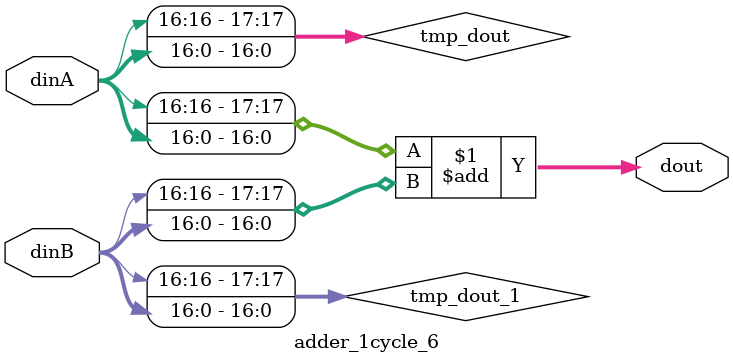
<source format=v>

`timescale 1ns/1ps 
module adder_1cycle_6 (
  input      [16:0]   dinA,
  input      [16:0]   dinB,
  output     [17:0]   dout
);

  wire       [17:0]   tmp_dout;
  wire       [17:0]   tmp_dout_1;

  assign tmp_dout = {dinA[16],dinA};
  assign tmp_dout_1 = {dinB[16],dinB};
  assign dout = ($signed(tmp_dout) + $signed(tmp_dout_1)); // @[adder_1cycle.scala 17:11]

endmodule

</source>
